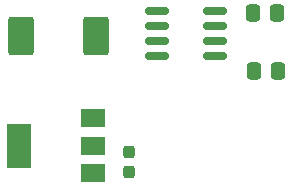
<source format=gbr>
%TF.GenerationSoftware,KiCad,Pcbnew,(6.0.5-0)*%
%TF.CreationDate,2022-06-26T23:43:10+02:00*%
%TF.ProjectId,Fuji-IoT,46756a69-2d49-46f5-942e-6b696361645f,rev?*%
%TF.SameCoordinates,Original*%
%TF.FileFunction,Paste,Top*%
%TF.FilePolarity,Positive*%
%FSLAX46Y46*%
G04 Gerber Fmt 4.6, Leading zero omitted, Abs format (unit mm)*
G04 Created by KiCad (PCBNEW (6.0.5-0)) date 2022-06-26 23:43:10*
%MOMM*%
%LPD*%
G01*
G04 APERTURE LIST*
G04 Aperture macros list*
%AMRoundRect*
0 Rectangle with rounded corners*
0 $1 Rounding radius*
0 $2 $3 $4 $5 $6 $7 $8 $9 X,Y pos of 4 corners*
0 Add a 4 corners polygon primitive as box body*
4,1,4,$2,$3,$4,$5,$6,$7,$8,$9,$2,$3,0*
0 Add four circle primitives for the rounded corners*
1,1,$1+$1,$2,$3*
1,1,$1+$1,$4,$5*
1,1,$1+$1,$6,$7*
1,1,$1+$1,$8,$9*
0 Add four rect primitives between the rounded corners*
20,1,$1+$1,$2,$3,$4,$5,0*
20,1,$1+$1,$4,$5,$6,$7,0*
20,1,$1+$1,$6,$7,$8,$9,0*
20,1,$1+$1,$8,$9,$2,$3,0*%
G04 Aperture macros list end*
%ADD10RoundRect,0.250000X-0.337500X-0.475000X0.337500X-0.475000X0.337500X0.475000X-0.337500X0.475000X0*%
%ADD11R,2.000000X1.500000*%
%ADD12R,2.000000X3.800000*%
%ADD13RoundRect,0.250001X0.837499X1.399999X-0.837499X1.399999X-0.837499X-1.399999X0.837499X-1.399999X0*%
%ADD14RoundRect,0.150000X-0.825000X-0.150000X0.825000X-0.150000X0.825000X0.150000X-0.825000X0.150000X0*%
%ADD15RoundRect,0.237500X0.237500X-0.300000X0.237500X0.300000X-0.237500X0.300000X-0.237500X-0.300000X0*%
G04 APERTURE END LIST*
D10*
%TO.C,C4*%
X65737500Y-65400000D03*
X63662500Y-65400000D03*
%TD*%
D11*
%TO.C,U1*%
X50050000Y-69400000D03*
X50050000Y-71700000D03*
D12*
X43750000Y-71700000D03*
D11*
X50050000Y-74000000D03*
%TD*%
D10*
%TO.C,C3*%
X65637500Y-60500000D03*
X63562500Y-60500000D03*
%TD*%
D13*
%TO.C,C2*%
X43912500Y-62400000D03*
X50287500Y-62400000D03*
%TD*%
D14*
%TO.C,U2*%
X60375000Y-60295000D03*
X60375000Y-61565000D03*
X60375000Y-62835000D03*
X60375000Y-64105000D03*
X55425000Y-64105000D03*
X55425000Y-62835000D03*
X55425000Y-61565000D03*
X55425000Y-60295000D03*
%TD*%
D15*
%TO.C,C1*%
X53100000Y-72237500D03*
X53100000Y-73962500D03*
%TD*%
M02*

</source>
